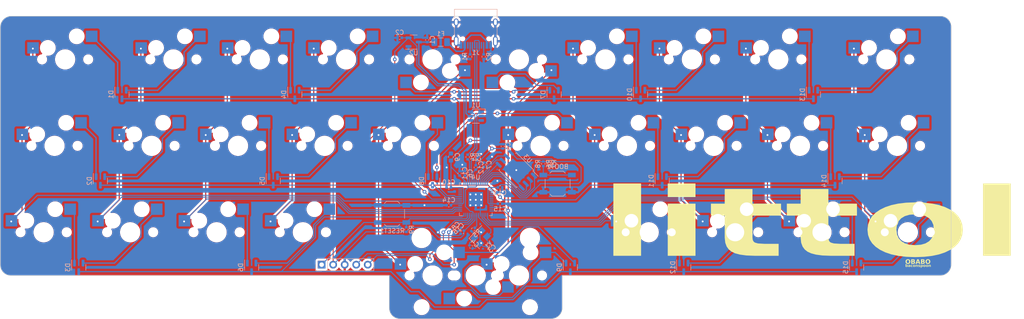
<source format=kicad_pcb>
(kicad_pcb (version 20221018) (generator pcbnew)
  (layers (0 "F.Cu" signal) (31 "B.Cu" signal) (34 "B.Paste" user) (35 "F.Paste" user) (36 "B.SilkS" user "B.Silkscreen") (37 "F.SilkS" user "F.Silkscreen") (38 "B.Mask" user) (39 "F.Mask" user) (44 "Edge.Cuts" user))
  (net 0 "")
  (net 1 "Net-(BOOT1-Pad1)")
  (net 2 "GND")
  (net 3 "ROW 0")
  (net 4 "+5V")
  (net 5 "+3V3")
  (net 6 "ROW 1")
  (net 7 "Net-(U4-XIN)")
  (net 8 "Net-(C4-Pad2)")
  (net 9 "ROW 2")
  (net 10 "+1V1")
  (net 11 "Net-(MX1-ROW)")
  (net 12 "Net-(MX4-ROW)")
  (net 13 "Net-(MX2-ROW)")
  (net 14 "Net-(MX5-ROW)")
  (net 15 "Net-(MX3-ROW)")
  (net 16 "Net-(MX6-ROW)")
  (net 17 "Net-(MX7-ROW)")
  (net 18 "Net-(MX10-ROW)")
  (net 19 "Net-(MX8-ROW)")
  (net 20 "Net-(MX11-ROW)")
  (net 21 "Net-(MX9-ROW)")
  (net 22 "Net-(MX12-ROW)")
  (net 23 "Net-(MX13-ROW)")
  (net 24 "Net-(MX16-ROW)")
  (net 25 "Net-(MX14-ROW)")
  (net 26 "Net-(MX17-ROW)")
  (net 27 "Net-(MX18-ROW)")
  (net 28 "Net-(MX15-ROW)")
  (net 29 "Net-(MX20-ROW)")
  (net 30 "Net-(MX23-ROW)")
  (net 31 "Net-(MX21-ROW)")
  (net 32 "Net-(MX24-ROW)")
  (net 33 "Net-(MX22-ROW)")
  (net 34 "COL 0")
  (net 35 "COL 1")
  (net 36 "COL 2")
  (net 37 "COL 3")
  (net 38 "COL 4")
  (net 39 "COL 5")
  (net 40 "COL 6")
  (net 41 "COL 7")
  (net 42 "COL 8")
  (net 43 "COL 9")
  (net 44 "Net-(MX25-ROW)")
  (net 45 "Net-(MX26-ROW)")
  (net 46 "Net-(MX29-ROW)")
  (net 47 "Net-(MX27-ROW)")
  (net 48 "Net-(MX30-ROW)")
  (net 49 "Net-(MX28-ROW)")
  (net 50 "Net-(MX31-ROW)")
  (net 51 "VBUS")
  (net 52 "Net-(J1-CC1)")
  (net 53 "D+")
  (net 54 "D-")
  (net 56 "Net-(J1-CC2)")
  (net 58 "RESET")
  (net 59 "SWC")
  (net 60 "SWD")
  (net 61 "Net-(U4-USB_DP)")
  (net 62 "Net-(U4-USB_DM)")
  (net 63 "Net-(U4-XOUT)")
  (net 64 "Net-(R6-Pad2)")
  (net 65 "QSEL")
  (net 68 "QIO1")
  (net 69 "QIO2")
  (net 70 "QIO0")
  (net 71 "QCLK")
  (net 72 "QIO3")
  (footprint "MX_Only:MXOnly-1U-Hotswap" (layer "F.Cu") (at 204.807847 94.059612)
    (fp_text reference "MX24")
    (fp_text value "MX-NoLED")
  )
  (footprint "MX_Only:MXOnly-1U-Hotswap" (layer "F.Cu") (at 209.570359 113.10966)
    (fp_text reference "MX25")
    (fp_text value "MX-NoLED")
  )
  (footprint "MX_Only:MXOnly-1.5U-Hotswap" (layer "F.Cu") (at 61.892825 75.009564)
    (fp_text reference "MX1")
    (fp_text value "MX-NoLED")
  )
  (footprint "MX_Only:MXOnly-1U-Hotswap" (layer "F.Cu") (at 166.668089 94.059612)
    (fp_text reference "MX17")
    (fp_text value "MX-NoLED")
  )
  (footprint "MX_Only:MXOnly-1U-Hotswap" (layer "F.Cu") (at 223.857895 94.059612)
    (fp_text reference "MX27")
    (fp_text value "MX-NoLED")
  )
  (footprint "MX_Only:MXOnly-1.25U-Hotswap" (layer "F.Cu") (at 59.551231 94.059612)
    (fp_text reference "MX2")
    (fp_text value "MX-NoLED")
  )
  (footprint "MX_Only:MXOnly-1U-Hotswap" (layer "F.Cu") (at 80.942873 94.059612)
    (fp_text reference "MX5")
    (fp_text value "MX-NoLED")
  )
  (footprint "MX_Only:MXOnly-1U-Hotswap" (layer "F.Cu") (at 190.520311 113.10966)
    (fp_text reference "MX22")
    (fp_text value "MX-NoLED")
  )
  (footprint "MX_Only:MXOnly-1U-Hotswap" (layer "F.Cu") (at 57.150144 113.10966)
    (fp_text reference "MX3")
    (fp_text value "MX-NoLED")
  )
  (footprint "MX_Only:MXOnly-1U-Hotswap" (layer "F.Cu") (at 119.0628 94.059612)
    (fp_text reference "MX11")
    (fp_text value "MX-NoLED")
  )
  (footprint "MX_Only:MXOnly-1U-Hotswap" (layer "F.Cu") (at 138.093017 94.059612)
    (fp_text reference "MX14")
    (fp_text value "MX-NoLED")
  )
  (footprint "MX_Only:MXOnly-1U-Hotswap" (layer "F.Cu") (at 99.992921 94.059612)
    (fp_text reference "MX8")
    (fp_text value "MX-NoLED")
  )
  (footprint "MX_Only:MXOnly-1U-Hotswap" (layer "F.Cu") (at 123.805481 75.009564)
    (fp_text reference "MX10")
    (fp_text value "MX-NoLED")
  )
  (footprint "MX_Only:MXOnly-1U-Hotswap" (layer "F.Cu") (at 104.795095 75.009564)
    (fp_text reference "MX7")
    (fp_text value "MX-NoLED")
  )
  (footprint "MX_Only:MXOnly-1U-Hotswap" (layer "F.Cu") (at 142.87536 122.634684)
    (fp_text reference "MX15")
    (fp_text value "MX-NoLED")
  )
  (footprint "MX_Only:MXOnly-1U-Hotswap" (layer "F.Cu") (at 161.925408 122.634684)
    (fp_text reference "MX18")
    (fp_text value "MX-NoLED")
  )
  (footprint "MX_Only:MXOnly-1U-Hotswap" (layer "F.Cu") (at 95.270071 113.10966)
    (fp_text reference "MX9")
    (fp_text value "MX-NoLED")
  )
  (footprint "MX_Only:MXOnly-1.5U-Hotswap" (layer "F.Cu") (at 242.888112 75.009564)
    (fp_text reference "MX29")
    (fp_text value "MX-NoLED")
  )
  (footprint "MX_Only:MXOnly-1U-Hotswap" (layer "F.Cu") (at 114.280457 113.10966)
    (fp_text reference "MX12")
    (fp_text value "MX-NoLED")
  )
  (footprint "MX_Only:MXOnly-1U-Hotswap" (layer "F.Cu") (at 185.718137 94.059612)
    (fp_text reference "MX21")
    (fp_text value "MX-NoLED")
  )
  (footprint "MX_Only:MXOnly-1U-Hotswap" (layer "F.Cu") (at 76.220023 113.10966)
    (fp_text reference "MX6")
    (fp_text value "MX-NoLED")
  )
  (footprint "MX_Only:MXOnly-1.25U-Hotswap" (layer "F.Cu") (at 245.249537 94.059612)
    (fp_text reference "MX30")
    (fp_text value "MX-NoLED")
  )
  (footprint "MX_Only:MXOnly-1U-Hotswap" (layer "F.Cu") (at 142.855529 75.009564 180)
    (fp_text reference "MX13")
    (fp_text value "MX-NoLED")
  )
  (footprint "MX_Only:MXOnly-1U-Hotswap" (layer "F.Cu") (at 161.905577 75.009564 180)
    (fp_text reference "MX16")
    (fp_text value "MX-NoLED")
  )
  (footprint "MX_Only:MXOnly-1U-Hotswap" (layer "F.Cu") (at 228.600576 113.10966)
    (fp_text reference "MX28")
    (fp_text value "MX-NoLED")
  )
  (footprint "MX_Only:MXOnly-2U-Hotswap" (layer "F.Cu") (at 152.400384 122.634684 180)
    (fp_text reference "MX19")
    (fp_text value "MX-NoLED")
  )
  (footprint "MX_Only:MXOnly-1U-Hotswap" (layer "F.Cu") (at 219.075552 75.009564)
    (fp_text reference "MX26")
    (fp_text value "MX-NoLED")
  )
  (footprint "MX_Only:MXOnly-1U-Hotswap" (layer "F.Cu") (at 247.630793 113.10966)
    (fp_text reference "MX31")
    (fp_text value "MX-NoLED")
  )
  (footprint "MX_Only:MXOnly-1U-Hotswap" (layer "F.Cu") (at 180.955625 75.009564)
    (fp_text reference "MX20")
    (fp_text value "MX-NoLED")
  )
  (footprint "Connector_PinHeader_2.54mm:PinHeader_1x05_P2.54mm_Vertical" (layer "F.Cu") (at 118.427824 120.253428 90)
    (fp_text reference "J2" hide)
    (fp_text value "Conn_01x05")
  )
  (footprint "MX_Only:MXOnly-1U-Hotswap" (layer "F.Cu") (at 85.745047 75.009564)
    (fp_text reference "MX4")
    (fp_text value "MX-NoLED")
  )
  (footprint "MX_Only:MXOnly-1U-Hotswap" (layer "F.Cu") (at 200.025504 75.009564)
    (fp_text reference "MX23")
    (fp_text value "MX-NoLED")
  )
  (footprint "Capacitor_SMD:C_0402_1005Metric" (layer "B.Cu") (at 157.75821 103.231508)
    (fp_text reference "C13")
    (fp_text value "100n")
  )
  (footprint "Package_TO_SOT_SMD:SOT-23" (layer "B.Cu") (at 69.651738 101.798694 -90)
    (fp_text reference "D2")
    (fp_text value "BAV70")
  )
  (footprint "Capacitor_SMD:C_0402_1005Metric" (layer "B.Cu") (at 141.684732 70.717052 90)
    (fp_text reference "C1")
    (fp_text value "1u")
  )
  (footprint "Fuse:Fuse_1206_3216Metric" (layer "B.Cu") (at 144.661302 71.197052 180)
    (fp_text reference "F1")
    (fp_text value "Fuse_Small")
  )
  (footprint "Package_TO_SOT_SMD:SOT-23-3" (layer "B.Cu") (at 138.708162 71.197052)
    (fp_text reference "U2")
    (fp_text value "XC6206PxxxMR")
  )
  (footprint "Package_TO_SOT_SMD:SOT-23" (layer "B.Cu") (at 188.714538 82.748646 -90)
    (fp_text reference "D10")
    (fp_text value "BAV70")
  )
  (footprint "Capacitor_SMD:C_0402_1005Metric" (layer "B.Cu") (at 150.019128 100.128066 90)
    (fp_text reference "C6")
    (fp_text value "1u")
  )
  (footprint "Crystal:Crystal_SMD_3225-4Pin_3.2x2.5mm" (layer "B.Cu") (at 153.488871 114.198148 45)
    (fp_text reference "Y1")
    (fp_text value "X322512MSB4SI")
  )
  (footprint "Capacitor_SMD:C_0402_1005Metric" (layer "B.Cu") (at 158.353524 94.174926 90)
    (fp_text reference "C5")
    (fp_text value "1u")
  )
  (footprint "Capacitor_SMD:C_0402_1005Metric" (layer "B.Cu") (at 155.172674 115.88195 45)
    (fp_text reference "C3")
    (fp_text value "22p")
  )
  (footprint "Package_TO_SOT_SMD:SOT-23" (layer "B.Cu") (at 236.339658 120.848742 -90)
    (fp_text reference "D15")
    (fp_text value "BAV70")
  )
  (footprint "Resistor_SMD:R_0402_1005Metric" (layer "B.Cu") (at 169.66449 98.022438 -90)
    (fp_text reference "R6")
    (fp_text value "5k1")
  )
  (footprint "Capacitor_SMD:C_0402_1005Metric" (layer "B.Cu") (at 148.8285 112.514346 -135)
    (fp_text reference "C8")
    (fp_text value "100n")
  )
  (footprint "Package_TO_SOT_SMD:SOT-23" (layer "B.Cu") (at 193.47705 101.798694 -90)
    (fp_text reference "D11")
    (fp_text value "BAV70")
  )
  (footprint "Resistor_SMD:R_0402_1005Metric" (layer "B.Cu") (at 137.09565 112.514346 90)
    (fp_text reference "R9")
    (fp_text value "5k1")
  )
  (footprint "PCM_marbastlib-various:SOT-23-6-routable" (layer "B.Cu") (at 152.400384 87.511158 180)
    (fp_text reference "U1")
    (fp_text value "SRV05-4")
  )
  (footprint "Resistor_SMD:R_0402_1005Metric" (layer "B.Cu") (at 168.473862 98.022438 90)
    (fp_text reference "R7")
    (fp_text value "5k1")
  )
  (footprint "Capacitor_SMD:C_0402_1005Metric" (layer "B.Cu") (at 146.447244 107.15652 180)
    (fp_text reference "C14")
    (fp_text value "100n")
  )
  (footprint "Resistor_SMD:R_0402_1005Metric" (layer "B.Cu") (at 154.150384 74.41425 90)
    (fp_text reference "R2")
    (fp_text value "5k1")
  )
  (footprint "Package_TO_SOT_SMD:SOT-23" (layer "B.Cu") (at 102.989322 120.848742 -90)
    (fp_text reference "D6")
    (fp_text value "BAV70")
  )
  (footprint "Capacitor_SMD:C_0603_1608Metric" (layer "B.Cu") (at 146.927244 96.526182 90)
    (fp_text reference "C9")
    (fp_text value "10u")
  )
  (footprint "Package_DFN_QFN:QFN-56-1EP_7x7mm_P0.4mm_EP3.2x3.2mm" (layer "B.Cu") (at 152.400384 105.831508 180)
    (fp_text reference "U4")
    (fp_text value "RP2040")
  )
  (footprint "Package_TO_SOT_SMD:SOT-23" (layer "B.Cu") (at 198.239562 120.848742 -90)
    (fp_text reference "D12")
    (fp_text value "BAV70")
  )
  (footprint "Package_SO:SOIC-8_5.23x5.23mm_P1.27mm" (layer "B.Cu") (at 161.330094 99.417438 135)
    (fp_text reference "U3")
    (fp_text value "W25Q128JVS")
  )
  (footprint "Package_TO_SOT_SMD:SOT-23" (layer "B.Cu") (at 173.236374 120.848742 -90)
    (fp_text reference "D9")
    (fp_text value "BAV70")
  )
  (footprint "Capacitor_SMD:C_0402_1005Metric" (layer "B.Cu") (at 148.8285 100.128066 90)
    (fp_text reference "C11")
    (fp_text value "100n")
  )
  (footprint "Resistor_SMD:R_0402_1005Metric" (layer "B.Cu") (at 167.283234 98.022438 -90)
    (fp_text reference "R8")
    (fp_text value "1k")
  )
  (footprint "Package_TO_SOT_SMD:SOT-23" (layer "B.Cu") (at 107.751834 101.798694 -90)
    (fp_text reference "D5")
    (fp_text value "BAV70")
  )
  (footprint "Resistor_SMD:R_0402_1005Metric" (layer "B.Cu") (at 151.80507 112.514346 45)
    (fp_text reference "R5")
    (fp_text value "1k")
  )
  (footprint "Capacitor_SMD:C_0402_1005Metric" (layer "B.Cu") (at 157.75821 106.831508)
    (fp_text reference "C15")
    (fp_text value "100n")
  )
  (footprint "Package_TO_SOT_SMD:SOT-23" (layer "B.Cu") (at 112.514346 82.748646 -90)
    (fp_text reference "D4")
    (fp_text value "BAV70")
  )
  (footprint "Package_TO_SOT_SMD:SOT-23" (layer "B.Cu") (at 64.889226 120.848742 -90)
    (fp_text reference "D3")
    (fp_text value "BAV70")
  )
  (footprint "Package_TO_SOT_SMD:SOT-23" (layer "B.Cu") (at 142.87536 101.798694 -90)
    (fp_text reference "D8")
    (fp_text value "BAV70")
  )
  (footprint "Package_TO_SOT_SMD:SOT-23" (layer "B.Cu") (at 74.41425 82.748646 -90)
    (fp_text reference "D1")
    (fp_text value "BAV70")
  )
  (footprint "Resistor_SMD:R_0402_1005Metric" (layer "B.Cu") (at 150.614442 96.526182 90)
    (fp_text reference "R4")
    (fp_text value "27")
  )
  (footprint "Capacitor_SMD:C_0402_1005Metric" (layer "B.Cu") (at 135.616278 70.247052 180)
    (fp_text reference "C2")
    (fp_text value "1u")
  )
  (footprint "Capacitor_SMD:C_0402_1005Metric" (layer "B.Cu") (at 149.423814 113.10966 -135)
    (fp_text reference "C16")
    (fp_text value "100n")
  )
  (footprint "Button_Switch_SMD:SW_SPST_TL3342" (layer "B.Cu") (at 133.94565 109.05652)
    (fp_text reference "RESET1")
    (fp_text value "Reset")
  )
  (footprint "Capacitor_SMD:C_0402_1005Metric" (layer "B.Cu") (at 154.186326 98.22681 90)
    (fp_text reference "C7")
    (fp_text value "100n")
  )
  (footprint "Resistor_SMD:R_0402_1005Metric" (layer "B.Cu") (at 151.150384 74.41425 -90)
    (fp_text reference "R1")
    (fp_text value "5k1")
  )
  (footprint "Capacitor_SMD:C_0402_1005Metric" (layer "B.Cu") (at 152.400384 98.822124 90)
    (fp_text reference "C12")
    (fp_text value "100n")
  )
  (footprint "Package_TO_SOT_SMD:SOT-23" (layer "B.Cu") (at 226.814634 82.748646 -90)
    (fp_text reference "D13")
    (fp_text value "BAV70")
  )
  (footprint "Connector_USB:USB_C_Receptacle_HRO_TYPE-C-31-M-12" (layer "B.Cu") (at 152.400384 67.865796)
    (fp_text reference "J1")
    (fp_text value "USB_C_Receptacle_USB2.0")
  )
  (footprint "Resistor_SMD:R_0402_1005Metric" (layer "B.Cu") (at 151.80507 96.526182 90)
    (fp_text reference "R3")
    (fp_text value "27")
  )
  (footprint "Package_TO_SOT_SMD:SOT-23" (layer "B.Cu") (at 169.66449 82.748646 -90)
    (fp_text reference "D7")
    (fp_text value "BAV70")
  )
  (footprint "Capacitor_SMD:C_0402_1005Metric" (layer "B.Cu") (at 151.363519 116.3235 135)
    (fp_text reference "C4")
    (fp_text value "22p")
  )
  (footprint "Package_TO_SOT_SMD:SOT-23" (layer "B.Cu") (at 231.577146 101.798694 -90)
    (fp_text reference "D14")
    (fp_text value "BAV70")
  )
  (footprint "Capacitor_SMD:C_0402_1005Metric" (layer "B.Cu") (at 146.447244 103.231508 180)
    (fp_text reference "C10")
    (fp_text value "1u")
  )
  (footprint "Button_Switch_SMD:SW_SPST_TL3342" (layer "B.Cu") (at 170.433234 102.394008 180)
    (fp_text reference "BOOT1")
    (fp_text value "BOOTSEL")
  )
  (gr_arc (start 49.904236 122.634684) (mid 48.292658 121.967146) (end 47.62512 120.355568) (stroke (width 0.1)) (layer "Edge.Cuts"))
  (gr_arc (start 47.62512 67.865796) (mid 48.322574 66.181994) (end 50.006376 65.48454) (stroke (width 0.1)) (layer "Edge.Cuts"))
  (gr_arc (start 257.175649 120.253429) (mid 256.478195 121.937231) (end 254.794393 122.634685) (stroke (width 0.1)) (layer "Edge.Cuts"))
  (gr_arc locked (start 254.794392 65.48454) (mid 256.457041 66.130923) (end 257.175648 67.763656) (stroke (width 0.1)) (layer "Edge.Cuts"))
  (gr_arc (start 171.450432 129.778452) (mid 170.752978 131.462254) (end 169.069176 132.159708) (stroke (width 0.1)) (layer "Edge.Cuts"))
  (gr_line (start 133.350336 129.880592) (end 133.350336 122.634684) (stroke (width 0.1)) (layer "Edge.Cuts"))
  (gr_line (start 171.450432 122.634684) (end 171.450432 129.778452) (stroke (width 0.1)) (layer "Edge.Cuts"))
  (gr_arc (start 135.629452 132.159708) (mid 134.017874 131.49217) (end 133.350336 129.880592) (stroke (width 0.1)) (layer "Edge.Cuts"))
  (gr_line (start 257.175648 67.763656) (end 257.175649 120.253429) (stroke (width 0.1)) (layer "Edge.Cuts"))
  (gr_line (start 133.350336 122.634684) (end 49.904236 122.634684) (stroke (width 0.1)) (layer "Edge.Cuts"))
  (gr_line (start 254.794393 122.634685) (end 171.450432 122.634684) (stroke (width 0.1)) (layer "Edge.Cuts"))
  (gr_line (start 50.006376 65.48454) (end 254.794392 65.48454) (stroke (width 0.1)) (layer "Edge.Cuts"))
  (gr_line (start 169.069176 132.159708) (end 135.629452 132.159708) (stroke (width 0.1)) (layer "Edge.Cuts"))
  (gr_line (start 47.62512 120.355568) (end 47.62512 67.865796) (stroke (width 0.1)) (layer "Edge.Cuts"))
  (gr_text "OBABO\n" (at 247.05531 120.253428) (layer "F.SilkS") (effects (font (size 1 1) (thickness 0.25) bold) (justify left bottom)))
  (gr_text "littol" (at 179.784828 120.848742) (layer "F.SilkS") (effects (font (size 15 25) (thickness 3.75) bold) (justify left bottom)))
  (gr_text "baconspoon" (at 247.05531 120.848742) (layer "F.SilkS") (effects (font (size 0.6 0.6) (thickness 0.15) bold) (justify left bottom)))
  (segment (start 167.283234 98.532438) (end 167.283234 100.494008) (width 0.2) (layer "B.Cu") (net 1))
  (segment (start 167.283234 100.494008) (end 173.583234 100.494008) (width 0.2) (layer "B.Cu") (net 1))
  (via (at 153.591012 104.775264) (size 0.8) (drill 0.4) (layers "F.Cu" "B.Cu") (net 2))
  (via (at 161.330094 99.417438) (size 0.8) (drill 0.4) (layers "F.Cu" "B.Cu") (net 2))
  (via (at 150.019128 74.41425) (size 0.8) (drill 0.4) (layers "F.Cu" "B.Cu") (net 2))
  (via (at 158.353524 104.17995) (size 0.8) (drill 0.4) (layers "F.Cu" "B.Cu") (net 2))
  (via (at 145.967244 98.822124) (size 0.8) (drill 0.4) (layers "F.Cu" "B.Cu") (net 2))
  (via (at 144.065988 113.10966) (size 0.8) (drill 0.4) (layers "F.Cu" "B.Cu") (net 2))
  (via (at 153.591012 113.10966) (size 0.8) (drill 0.4) (layers "F.Cu" "B.Cu") (net 2))
  (via (at 155.972268 96.440868) (size 0.8) (drill 0.4) (layers "F.Cu" "B.Cu") (net 2))
  (via (at 151.209756 107.15652) (size 0.8) (drill 0.4) (layers "F.Cu" "B.Cu") (net 2))
  (via (at 141.089418 107.15652) (size 0.8) (drill 0.4) (layers "F.Cu" "B.Cu") (net 2))
  (via (at 153.591012 95.845554) (size 0.8) (drill 0.4) (layers "F.Cu" "B.Cu") (net 2))
  (via (at 152.400384 105.965892) (size 0.8) (drill 0.4) (layers "F.Cu" "B.Cu") (net 2))
  (via (at 149.423814 98.22681) (size 0.8) (drill 0.4) (layers "F.Cu" "B.Cu") (net 2))
  (via (at 157.162896 101.798694) (size 0.8) (drill 0.4) (layers "F.Cu" "B.Cu") (net 2))
  (via (at 153.591012 107.15652) (size 0.8) (drill 0.4) (layers "F.Cu" "B.Cu") (net 2))
  (via (at 151.209756 105.965892) (size 0.8) (drill 0.4) (layers "F.Cu" "B.Cu") (net 2))
  (via (at 152.400384 104.775264) (size 0.8) (drill 0.4) (layers "F.Cu" "B.Cu") (net 2))
  (via (at 152.400384 107.15652) (size 0.8) (drill 0.4) (layers "F.Cu" "B.Cu") (net 2))
  (via (at 153.591012 115.490916) (size 0.8) (drill 0.4) (layers "F.Cu" "B.Cu") (net 2))
  (via (at 151.209756 104.775264) (size 0.8) (drill 0.4) (layers "F.Cu" "B.Cu") (net 2))
  (via (at 153.591012 105.965892) (size 0.8) (drill 0.4) (layers "F.Cu" "B.Cu") (net 2))
  (segment (start 151.70293 116.662911) (end 152.226189 116.662911) (width 0.2) (layer "B.Cu") (net 2))
  (segment (start 145.967244 103.231508) (end 145.967244 98.822124) (width 0.2) (layer "B.Cu") (net 2))
  (segment (start 145.967244 98.70681) (end 145.85193 98.822124) (width 0.2) (layer "B.Cu") (net 2))
  (segment (start 152.42507 97.011496) (end 153.591012 95.845554) (width 0.2) (layer "B.Cu") (net 2))
  (segment (start 154.186326 97.74681) (end 154.666326 97.74681) (width 0.2) (layer "B.Cu") (net 2))
  (segment (start 146.927244 95.751182) (end 145.967244 96.711182) (width 0.2) (layer "B.Cu") (net 2))
  (segment (start 152.226189 116.662911) (end 153.312094 115.577006) (width 0.2) (layer "B.Cu") (net 2))
  (segment (start 152.42507 98.317438) (end 152.42507 97.011496) (width 0.2) (layer "B.Cu") (net 2))
  (segment (start 148.489089 112.853757) (end 147.533186 113.80966) (width 0.2) (layer "B.Cu") (net 2))
  (segment (start 153.400384 109.269008) (end 153.400384 107.347148) (width 0.2) (layer "B.Cu") (net 2))
  (segment (start 153.956449 116.221361) (end 153.591012 115.855924) (width 0.2) (layer "B.Cu") (net 2))
  (segment (start 144.765988 113.80966) (end 144.065988 113.10966) (width 0.2) (layer "B.Cu") (net 2))
  (segment (start 145.967244 107.15652) (end 130.79565 107.15652) (width 0.2) (layer "B.Cu") (net 2))
  (segment (start 153.400384 107.347148) (end 153.591012 107.15652) (width 0.2) (layer "B.Cu") (net 2))
  (segment (start 148.723814 113.80966) (end 149.084403 113.449071) (width 0.2) (layer "B.Cu") (net 2))
  (segment (start 154.833263 116.221361) (end 153.956449 116.221361) (width 0.2) (layer "B.Cu") (net 2))
  (segment (start 154.666326 97.74681) (end 155.972268 96.440868) (width 0.2) (layer "B.Cu") (net 2))
  (segment (start 153.329252 115.559848) (end 153.329252 113.155686) (width 0.2) (layer "B.Cu") (net 2))
  (segment (start 145.967244 96.711182) (end 145.967244 98.822124) (width 0.2) (layer "B.Cu") (net 2))
  (segment (start 147.533186 113.80966) (end 148.723814 113.80966) (width 0.2) (layer "B.Cu") (net 2))
  (segment (start 147.533186 113.80966) (end 144.765988 113.80966) (width 0.2) (layer "B.Cu") (net 2))
  (segment (start 147.637872 83.686146) (end 160.73478 83.686146) (width 0.25) (layer "F.Cu") (net 3))
  (via (at 160.73478 83.686146) (size 0.8) (drill 0.4) (layers "F.Cu" "B.Cu") (net 3))
  (via (at 147.637872 83.686146) (size 0.8) (drill 0.4) (layers "F.Cu" "B.Cu") (net 3))
  (segment (start 74.41425 83.686146) (end 112.514346 83.686146) (width 0.25) (layer "B.Cu") (net 3))
  (segment (start 147.956554 105.231508) (end 147.746553 105.021508) (width 0.2) (layer "B.Cu") (net 3))
  (segment (start 188.714538 83.686146) (end 226.814634 83.686146) (width 0.25) (layer "B.Cu") (net 3))
  (segment (start 148.962884 105.231508) (end 147.956554 105.231508) (width 0.2) (layer "B.Cu") (net 3))
  (segment (start 169.66449 83.686146) (end 188.714538 83.686146) (width 0.25) (layer "B.Cu") (net 3))
  (segment (start 144.661302 96.440868) (end 148.8285 92.27367) (width 0.2) (layer "B.Cu") (net 3))
  (segment (start 147.980058 83.686146) (end 148.8285 84.534588) (width 0.2) (layer "B.Cu") (net 3))
  (segment (start 146.098174 105.021508) (end 144.661302 103.584636) (width 0.2) (layer "B.Cu") (net 3))
  (segment (start 147.746553 105.021508) (end 146.098174 105.021508) (width 0.2) (layer "B.Cu") (net 3))
  (segment (start 144.661302 96.440868) (end 144.661302 103.584636) (width 0.2) (layer "B.Cu") (net 3))
  (segment (start 148.8285 84.534588) (end 148.8285 92.27367) (width 0.2) (layer "B.Cu") (net 3))
  (segment (start 147.637872 83.686146) (end 147.980058 83.686146) (width 0.2) (layer "B.Cu") (net 3))
  (segment (start 169.66449 83.686146) (end 160.73478 83.686146) (width 0.25) (layer "B.Cu") (net 3))
  (segment (start 112.514346 83.686146) (end 147.637872 83.686146) (width 0.25) (layer "B.Cu") (net 3))
  (segment (start 139.845662 71.197052) (end 141.684732 71.197052) (width 0.3) (layer "B.Cu") (net 4))
  (segment (start 139.845662 71.197052) (end 139.845662 76.105982) (width 0.3) (layer "B.Cu") (net 4))
  (segment (start 150.250384 86.918265) (end 150.843277 87.511158) (width 0.3) (layer "B.Cu") (net 4))
  (segment (start 148.8285 80.36739) (end 150.250384 81.789274) (width 0.3) (layer "B.Cu") (net 4))
  (segment (start 139.845662 76.105982) (end 144.10707 80.36739) (width 0.3) (layer "B.Cu") (net 4))
  (segment (start 144.10707 80.36739) (end 148.8285 80.36739) (width 0.3) (layer "B.Cu") (net 4))
  (segment (start 143.261302 71.197051) (end 141.684732 71.197052) (width 0.3) (layer "B.Cu") (net 4))
  (segment (start 150.250384 81.789274) (end 150.250384 86.918265) (width 0.3) (layer "B.Cu") (net 4))
  (segment (start 120.967824 120.253428) (end 120.967824 100.689662) (width 0.2) (layer "F.Cu") (net 5))
  (segment (start 154.186326 92.868984) (end 155.972268 94.654926) (width 0.2) (layer "F.Cu") (net 5))
  (segment (start 120.967824 100.689662) (end 134.540964 87.116522) (width 0.2) (layer "F.Cu") (net 5))
  (segment (start 134.540964 87.116522) (end 134.540964 75.009564) (width 0.2) (layer "F.Cu") (net 5))
  (segment (start 151.209756 92.868984) (end 154.186326 92.868984) (width 0.2) (layer "F.Cu") (net 5))
  (via (at 155.972268 94.654926) (size 0.8) (drill 0.4) (layers "F.Cu" "B.Cu") (net 5))
  (via (at 134.540964 75.009564) (size 0.8) (drill 0.4) (layers "F.Cu" "B.Cu") (net 5))
  (via (at 151.209756 92.868984) (size 0.8) (drill 0.4) (layers "F.Cu" "B.Cu") (net 5))
  (segment (start 159.261659 94.654926) (end 160.131548 95.524815) (width 0.2) (layer "B.Cu") (net 5))
  (segment (start 157.88821 102.621508) (end 159.235594 102.621508) (width 0.2) (layer "B.Cu") (net 5))
  (segment (start 155.837884 103.231508) (end 157.27821 103.231508) (width 0.2) (layer "B.Cu") (net 5))
  (segment (start 151.800384 99.902124) (end 152.400384 99.302124) (width 0.2) (layer "B.Cu") (net 5))
  (segment (start 155.305409 106.831508) (end 155.837884 106.831508) (width 0.2) (layer "B.Cu") (net 5))
  (segment (start 144.266666 114.300288) (end 149.095856 114.300288) (width 0.2) (layer "B.Cu") (net 5))
  (segment (start 152.400384 99.302124) (end 153.576326 98.126182) (width 0.2) (layer "B.Cu") (net 5))
  (segment (start 150.200384 101.97995) (end 150.200384 102.394008) (width 0.2) (layer "B.Cu") (net 5))
  (segment (start 158.353524 94.654926) (end 155.972268 94.654926) (width 0.2) (layer "B.Cu") (net 5))
  (segment (start 136.096278 70.247052) (end 137.570662 70.247052) (width 0.2) (layer "B.Cu") (net 5))
  (segment (start 146.927244 97.301182) (end 146.927244 98.70681) (width 0.2) (layer "B.Cu") (net 5))
  (segment (start 146.927244 107.15652) (end 147.252256 106.831508) (width 0.2) (layer "B.Cu") (net 5))
  (segment (start 169.09449 96.942438) (end 169.66449 97.512438) (width 0.2) (layer "B.Cu") (net 5))
  (segment (start 134.540964 75.009564) (end 134.540964 73.27675) (width 0.2) (layer "B.Cu") (net 5))
  (segment (start 166.697383 102.394008) (end 175.022316 102.394008) (width 0.2) (layer "B.Cu") (net 5))
  (segment (start 139.395662 76.292378) (end 143.920674 80.81739) (width 0.2) (layer "B.Cu") (net 5))
  (segment (start 146.927244 98.70681) (end 148.8285 100.608066) (width 0.2) (layer "B.Cu") (net 5))
  (segment (start 157.27821 103.231508) (end 157.88821 102.621508) (width 0.2) (layer "B.Cu") (net 5))
  (segment (start 148.962884 103.231508) (end 149.362884 103.231508) (width 0.2) (layer "B.Cu") (net 5))
  (segment (start 159.261659 94.654926) (end 158.353524 94.654926) (width 0.2) (layer "B.Cu") (net 5))
  (segment (start 137.09565 113.024346) (end 138.084212 112.035784) (width 0.2) (layer "B.Cu") (net 5))
  (segment (start 148.962884 106.831508) (end 149.495359 106.831508) (width 0.2) (layer "B.Cu") (net 5))
  (segment (start 152.200384 102.394008) (end 152.200384 101.60338) (width 0.2) (layer "B.Cu") (net 5))
  (segment (start 142.002162 112.035784) (end 144.266666 114.300288) (width 0.2) (layer "B.Cu") (net 5))
  (segment (start 149.495359 106.831508) (end 149.700384 106.626483) (width 0.2) (layer "B.Cu") (net 5))
  (segment (start 146.927244 97.301182) (end 146.927244 103.231508) (width 0.2) (layer "B.Cu") (net 5))
  (segment (start 149.495359 103.231508) (end 148.962884 103.231508) (width 0.2) (layer "B.Cu") (net 5))
  (segment (start 159.235594 102.621508) (end 162.139832 105.525746) (width 0.2) (layer "B.Cu") (net 5))
  (segment (start 162.139832 105.525746) (end 163.565645 105.525746) (width 0.2) (layer "B.Cu") (net 5))
  (segment (start 169.69449 97.542438) (end 174.337944 97.542438) (width 0.2) (layer "B.Cu") (net 5))
  (segment (start 120.967824 120.253428) (end 128.196906 113.024346) (width 0.2) (layer "B.Cu") (net 5))
  (segment (start 148.8285 100.608066) (end 150.200384 101.97995) (width 0.2) (layer "B.Cu") (net 5))
  (segment (start 153.576326 98.126182) (end 153.576326 97.050868) (width 0.2) (layer "B.Cu") (net 5))
  (segment (start 137.09565 113.024346) (end 128.196906 113.024346) (width 0.2) (layer "B.Cu") (net 5))
  (segment (start 138.084212 112.035784) (end 142.002162 112.035784) (width 0.2) (layer "B.Cu") (net 5))
  (segment (start 155.100384 106.626483) (end 155.305409 106.831508) (width 0.2) (layer "B.Cu") (net 5))
  (segment (start 155.305409 103.231508) (end 155.100384 103.436533) (width 0.2) (layer "B.Cu") (net 5))
  (segment (start 175.61763 98.822124) (end 174.337944 97.542438) (width 0.2) (layer "B.Cu") (net 5))
  (segment (start 155.837884 106.831508) (end 157.27821 106.831508) (width 0.2) (layer "B.Cu") (net 5))
  (segment (start 149.763225 113.632919) (end 149.763225 112.770249) (width 0.2) (layer "B.Cu") (net 5))
  (segment (start 143.920674 80.81739) (end 148.642104 80.81739) (width 0.2) (layer "B.Cu") (net 5))
  (segment (start 139.395662 72.072052) (end 139.395662 76.292378) (width 0.2) (layer "B.Cu") (net 5))
  (segment (start 149.700384 103.436533) (end 149.495359 103.231508) (width 0.2) (layer "B.Cu") (net 5))
  (segment (start 148.642104 80.81739) (end 149.800384 81.97567) (width 0.2) (layer "B.Cu") (net 5))
  (segment (start 147.252256 106.831508) (end 148.962884 106.831508) (width 0.2) (layer "B.Cu") (net 5))
  (segment (start 149.800384 81.97567) (end 149.800384 94.278356) (width 0.2) (layer "B.Cu") (net 5))
  (segment (start 155.837884 103.231508) (end 155.305409 103.231508) (width 0.2) (layer "B.Cu") (net 5))
  (segment (start 155.100384 103.436533) (end 155.100384 106.626483) (width 0.2) (layer "B.Cu") (net 5))
  (segment (start 146.927244 97.151496) (end 146.927244 98.70681) (width 0.2) (layer "B.Cu") (net 5))
  (segment (start 146.927244 103.231508) (end 148.962884 103.231508) (width 0.2) (layer "B.Cu") (net 5))
  (segment (start 149.095856 114.300288) (end 149.763225 113.632919) (width 0.2) (layer "B.Cu") (net 5))
  (segment (start 152.200384 101.60338) (end 151.800384 101.20338) (width 0.2) (layer "B.Cu") (net 5))
  (segment (start 149.700384 106.626483) (end 149.700384 103.436533) (width 0.2) (layer "B.Cu") (net 5))
  (segment (start 175.022316 102.394008) (end 175.61763 101.798694) (width 0.2) (layer "B.Cu") (net 5))
  (segment (start 146.927244 97.151496) (end 151.209756 92.868984) (width 0.2) (layer "B.Cu") (net 5))
  (segment (start 134.540964 73.27675) (end 137.570662 70.247052) (width 0.2) (layer "B.Cu") (net 5))
  (segment (start 151.800384 102.394008) (end 151.800384 99.902124) (width 0.2) (layer "B.Cu") (net 5))
  (segment (start 160.131548 95.524815) (end 161.549171 96.942438) (width 0.2) (layer "B.Cu") (net 5))
  (segment (start 152.200384 110.464227) (end 152.200384 109.269008) (width 0.2) (layer "B.Cu") (net 5))
  (segment (start 149.800384 102.394008) (end 149.800384 101.57995) (width 0.2) (layer "B.Cu") (net 5))
  (segment (start 163.565645 105.525746) (end 166.697383 102.394008) (width 0.2) (layer "B.Cu") (net 5))
  (segment (start 137.570662 70.247052) (end 139.395662 72.072052) (width 0.2) (layer "B.Cu") (net 5))
  (segment (start 161.549171 96.942438) (end 169.09449 96.942438) (width 0.2) (layer "B.Cu") (net 5))
  (segment (start 153.576326 97.050868) (end 155.972268 94.654926) (width 0.2) (layer "B.Cu") (net 5))
  (segment (start 175.61763 101.798694) (end 175.61763 98.822124) (width 0.2) (layer "B.Cu") (net 5))
  (segment (start 149.894362 112.770249) (end 152.200384 110.464227) (width 0.2) (layer "B.Cu") (net 5))
  (segment (start 157.75821 105.370578) (end 155.123826 102.736194) (width 0.2) (layer "F.Cu") (net 6))
  (segment (start 155.123826 102.736194) (end 142.87536 102.736194) (width 0.2) (layer "F.Cu") (net 6))
  (via (at 142.87536 102.736194) (size 0.8) (drill 0.4) (layers "F.Cu" "B.Cu") (net 6))
  (via (at 157.75821 105.370578) (size 0.8) (drill 0.4) (layers "F.Cu" "B.Cu") (net 6))
  (segment (start 145.85193 105.421508) (end 147.580868 105.421508) (width 0.2) (layer "B.Cu") (net 6))
  (segment (start 231.577146 102.736194) (end 193.47705 102.736194) (width 0.25) (layer "B.Cu") (net 6))
  (segment (start 107.751834 102.736194) (end 69.651738 102.736194) (width 0.25) (layer "B.Cu") (net 6))
  (segment (start 147.790868 105.631508) (end 147.580868 105.421508) (width 0.2) (layer "B.Cu") (net 6))
  (segment (start 158.353524 105.965892) (end 157.75821 105.370578) (width 0.2) (layer "B.Cu") (net 6))
  (segment (start 142.87536 102.736194) (end 107.751834 102.736194) (width 0.2) (layer "B.Cu") (net 6))
  (segment (start 177.6567 102.736194) (end 193.47705 102.736194) (width 0.2) (layer "B.Cu") (net 6))
  (segment (start 177.6567 102.736194) (end 174.427002 105.965892) (width 0.2) (layer "B.Cu") (net 6))
  (segment (start 142.87536 102.736194) (end 143.166616 102.736194) (width 0.2) (layer "B.Cu") (net 6))
  (segment (start 148.962884 105.631508) (end 147.790868 105.631508) (width 0.2) (layer "B.Cu") (net 6))
  (segment (start 143.166616 102.736194) (end 145.85193 105.421508) (width 0.2) (layer "B.Cu") (net 6))
  (segment (start 158.353524 105.965892) (end 174.427002 105.965892) (width 0.2) (layer "B.Cu") (net 6))
  (segment (start 154.867729 114.898184) (end 154.86773 114.021371) (width 0.2) (layer "B.Cu") (net 7))
  (segment (start 153.000384 109.269008) (end 153.000384 109.801483) (width 0.2) (layer "B.Cu") (net 7))
  (segment (start 155.713247 112.514346) (end 155.713247 113.175853) (width 0.2) (layer "B.Cu") (net 7))
  (segment (start 155.713247 113.175853) (end 154.867729 114.021371) (width 0.2) (layer "B.Cu") (net 7))
  (segment (start 155.512086 115.542539) (end 154.867729 114.898184) (width 0.2) (layer "B.Cu") (net 7))
  (segment (start 153.000384 109.801483) (end 155.713247 112.514346) (width 0.2) (layer "B.Cu") (net 7))
  (segment (start 152.110014 113.540539) (end 152.110014 114.374925) (width 0.2) (layer "B.Cu") (net 8))
  (segment (start 151.444445 112.874969) (end 152.110014 113.540539) (width 0.2) (layer "B.Cu") (net 8))
  (segment (start 152.110014 114.374925) (end 151.024108 115.460831) (width 0.2) (layer "B.Cu") (net 8))
  (segment (start 151.024108 115.460831) (end 151.024108 115.98409) (width 0.2) (layer "B.Cu") (net 8))
  (segment (start 64.889226 121.786242) (end 102.989322 121.786242) (width 0.25) (layer "B.Cu") (net 9))
  (segment (start 149.800384 109.269008) (end 149.336302 109.73309) (width 0.2) (layer "B.Cu") (net 9))
  (segment (start 163.530679 125.01594) (end 167.878548 125.01594) (width 0.25) (layer "B.Cu") (net 9))
  (segment (start 153.14164 129.589684) (end 154.78164 127.949684) (width 0.25) (layer "B.Cu") (net 9))
  (segment (start 167.878548 125.01594) (end 171.108246 121.786242) (width 0.25) (layer "B.Cu") (net 9))
  (segment (start 138.112848 126.206568) (end 139.89879 126.206568) (width 0.25) (layer "B.Cu") (net 9))
  (segment (start 143.281906 129.589684) (end 153.14164 129.589684) (width 0.25) (layer "B.Cu") (net 9))
  (segment (start 160.596935 127.949684) (end 163.530679 125.01594) (width 0.25) (layer "B.Cu") (net 9))
  (segment (start 106.561206 121.786242) (end 133.692522 121.786242) (width 0.25) (layer "B.Cu") (net 9))
  (segment (start 119.020067 109.73309) (end 117.074357 111.6788) (width 0.2) (layer "B.Cu") (net 9))
  (segment (start 117.074357 114.266932) (end 109.555046 121.786242) (width 0.2) (layer "B.Cu") (net 9))
  (segment (start 109.555046 121.786242) (end 106.561206 121.786242) (width 0.2) (layer "B.Cu") (net 9))
  (segment (start 198.239562 121.786242) (end 236.339658 121.786242) (width 0.25) (layer "B.Cu") (net 9))
  (segment (start 102.989322 121.786242) (end 106.561206 121.786242) (width 0.25) (layer "B.Cu") (net 9))
  (segment (start 171.108246 121.786242) (end 173.236374 121.786242) (width 0.25) (layer "B.Cu") (net 9))
  (segment (start 117.074357 111.6788) (end 117.074357 114.266932) (width 0.2) (layer "B.Cu") (net 9))
  (segment (start 154.78164 127.949684) (end 160.596935 127.949684) (width 0.25) (layer "B.Cu") (net 9))
  (segment (start 149.336302 109.73309) (end 119.020067 109.73309) (width 0.2) (layer "B.Cu") (net 9))
  (segment (start 173.236374 121.786242) (end 198.239562 121.786242) (width 0.25) (layer "B.Cu") (net 9))
  (segment (start 133.692522 121.786242) (end 138.112848 126.206568) (width 0.25) (layer "B.Cu") (net 9))
  (segment (start 139.89879 126.206568) (end 143.281906 129.589684) (width 0.25) (layer "B.Cu") (net 9))
  (segment (start 152.600384 102.394008) (end 152.600384 100.292752) (width 0.2) (layer "B.Cu") (net 10))
  (segment (start 151.800384 108.736533) (end 151.800384 109.269008) (width 0.2) (layer "B.Cu") (net 10))
  (segment (start 150.600384 102.926483) (end 150.600384 102.394008) (width 0.2) (layer "B.Cu") (net 10))
  (segment (start 150.600384 102.394008) (end 150.600384 101.189322) (width 0.2) (layer "B.Cu") (net 10))
  (segment (start 150.100384 103.836533) (end 150.805409 103.131508) (width 0.2) (layer "B.Cu") (net 10))
  (segment (start 150.805409 103.131508) (end 150.600384 102.926483) (width 0.2) (layer "B.Cu") (net 10))
  (segment (start 151.800384 110.298541) (end 151.800384 109.269008) (width 0.2) (layer "B.Cu") (net 10))
  (segment (start 151.595359 108.531508) (end 151.800384 108.736533) (width 0.2) (layer "B.Cu") (net 10))
  (segment (start 150.100384 107.422136) (end 150.100384 103.836533) (width 0.2) (layer "B.Cu") (net 10))
  (segment (start 151.209756 108.531508) (end 151.595359 108.531508) (width 0.2) (layer "B.Cu") (net 10))
  (segment (start 150.600384 101.189322) (end 150.019128 100.608066) (width 0.2) (layer "B.Cu") (net 10))
  (segment (start 150.009756 111.33309) (end 150.765834 111.33309) (width 0.2) (layer "B.Cu") (net 10))
  (segment (start 151.209756 108.531508) (end 150.100384 107.422136) (width 0.2) (layer "B.Cu") (net 10))
  (segment (start 149.167911 112.174935) (end 150.009756 111.33309) (width 0.2) (layer "B.Cu") (net 10))
  (segment (start 152.600384 102.926483) (end 152.395359 103.131508) (width 0.2) (layer "B.Cu") (net 10))
  (segment (start 152.600384 102.394008) (end 152.600384 102.926483) (width 0.2) (layer "B.Cu") (net 10))
  (segment (start 152.600384 100.292752) (end 154.186326 98.70681) (width 0.2) (layer "B.Cu") (net 10))
  (segment (start 150.765834 111.33309) (end 151.800384 110.298541) (width 0.2) (layer "B.Cu") (net 10))
  (segment (start 150.805409 103.131508) (end 152.395359 103.131508) (width 0.2) (layer "B.Cu") (net 10))
  (segment (start 73.46425 75.658989) (end 73.46425 81.811146) (width 0.25) (layer "B.Cu") (net 11))
  (segment (start 67.734825 69.929564) (end 73.46425 75.658989) (width 0.25) (layer "B.Cu") (net 11))
  (segment (start 82.293596 81.811146) (end 75.36425 81.811146) (width 0.25) (layer "B.Cu") (net 12))
  (segment (start 88.113947 73.402664) (end 88.113947 75.990795) (width 0.25) (layer "B.Cu") (net 12))
  (segment (start 91.587047 69.929564) (end 88.113947 73.402664) (width 0.25) (layer "B.Cu") (net 12))
  (segment (start 88.113947 75.990795) (end 82.293596 81.811146) (width 0.25) (layer "B.Cu") (net 12))
  (segment (start 68.701738 92.288119) (end 68.701738 100.861194) (width 0.25) (layer "B.Cu") (net 13))
  (segment (start 65.393231 88.979612) (end 68.701738 92.288119) (width 0.25) (layer "B.Cu") (net 13))
  (segment (start 86.784873 88.979612) (end 83.311773 92.452712) (width 0.25) (layer "B.Cu") (net 14))
  (segment (start 83.311773 92.452712) (end 83.311773 95.282427) (width 0.25) (layer "B.Cu") (net 14))
  (segment (start 77.733006 100.861194) (end 70.601738 100.861194) (width 0.25) (layer "B.Cu") (net 14))
  (segment (start 83.311773 95.282427) (end 77.733006 100.861194) (width 0.25) (layer "B.Cu") (net 14))
  (segment (start 63.939226 108.976742) (end 63.939226 119.911242) (width 0.25) (layer "B.Cu") (net 15))
  (segment (start 82.062023 108.02966) (end 78.588923 111.50276) (width 0.25) (layer "B.Cu") (net 16))
  (segment (start 78.588923 111.50276) (end 78.588923 114.090891) (width 0.25) (layer "B.Cu") (net 16))
  (segment (start 78.588923 114.090891) (end 72.768572 119.911242) (width 0.25) (layer "B.Cu") (net 16))
  (segment (start 72.768572 119.911242) (end 65.839226 119.911242) (width 0.25) (layer "B.Cu") (net 16))
  (segment (start 111.564346 70.856815) (end 111.564346 81.811146) (width 0.25) (layer "B.Cu") (net 17))
  (segment (start 126.174381 73.402664) (end 126.174381 75.990795) (width 0.25) (layer "B.Cu") (net 18))
  (segment (start 120.35403 81.811146) (end 113.464346 81.811146) (width 0.25) (layer "B.Cu") (net 18))
  (segment (start 129.647481 69.929564) (end 126.174381 73.402664) (width 0.25) (layer "B.Cu") (net 18))
  (segment (start 126.174381 75.990795) (end 120.35403 81.811146) (width 0.25) (layer "B.Cu") (net 18))
  (segment (start 106.801834 89.946525) (end 106.801834 100.861194) (width 0.25) (layer "B.Cu") (net 19))
  (segment (start 121.4317 95.040843) (end 115.611349 100.861194) (width 0.25) (layer "B.Cu") (net 20))
  (segment (start 115.611349 100.861194) (end 108.701834 100.861194) (width 0.25) (layer "B.Cu") (net 20))
  (segment (start 121.4317 92.452712) (end 121.4317 95.040843) (width 0.25) (layer "B.Cu") (net 20))
  (segment (start 124.9048 88.979612) (end 121.4317 92.452712) (width 0.25) (layer "B.Cu") (net 20))
  (segment (start 102.039322 108.956911) (end 102.039322 119.911242) (width 0.25) (layer "B.Cu") (net 21))
  (segment (start 120.122457 108.02966) (end 116.649357 111.50276) (width 0.25) (layer "B.Cu") (net 22))
  (segment (start 116.649357 111.50276) (end 116.649357 114.090891) (width 0.25) (layer "B.Cu") (net 22))
  (segment (start 110.829006 119.911242) (end 103.939322 119.911242) (width 0.25) (layer "B.Cu") (net 22))
  (segment (start 116.649357 114.090891) (end 110.829006 119.911242) (width 0.25) (layer "B.Cu") (net 22))
  (segment (start 147.637872 82.153332) (end 160.73478 82.153332) (width 0.25) (layer "F.Cu") (net 23))
  (via (at 147.637872 82.153332) (size 0.8) (drill 0.4) (layers "F.Cu" "B.Cu") (net 23))
  (via (at 160.73478 82.153332) (size 0.8) (drill 0.4) (layers "F.Cu" "B.Cu") (net 23))
  (segment (start 137.013529 80.089564) (end 139.077297 82.153332) (width 0.25) (layer "B.Cu") (net 23))
  (segment (start 139.077297 82.153332) (end 147.637872 82.153332) (width 0.25) (layer "B.Cu") (net 23))
  (segment (start 161.076966 81.811146) (end 160.73478 82.153332) (width 0.25) (layer "B.Cu") (net 23))
  (segment (start 168.71449 81.811146) (end 161.076966 81.811146) (width 0.25) (layer "B.Cu") (net 23))
  (segment (start 157.938577 78.214564) (end 163.344466 78.214564) (width 0.25) (layer "B.Cu") (net 24))
  (segment (start 165.878548 80.748646) (end 169.55199 80.748646) (width 0.25) (layer "B.Cu") (net 24))
  (segment (start 163.344466 78.214564) (end 165.878548 80.748646) (width 0.25) (layer "B.Cu") (net 24))
  (segment (start 156.063577 80.089564) (end 157.938577 78.214564) (width 0.25) (layer "B.Cu") (net 24))
  (segment (start 169.55199 80.748646) (end 170.61449 81.811146) (width 0.25) (layer "B.Cu") (net 24))
  (segment (start 141.92536 93.542044) (end 141.92536 100.861194) (width 0.2) (layer "B.Cu") (net 25))
  (segment (start 143.935017 91.532387) (end 141.92536 93.542044) (width 0.2) (layer "B.Cu") (net 25))
  (segment (start 143.935017 88.979612) (end 143.935017 91.532387) (width 0.2) (layer "B.Cu") (net 25))
  (segment (start 143.82536 95.490868) (end 152.400384 86.915844) (width 0.2) (layer "F.Cu") (net 26))
  (segment (start 143.82536 98.822124) (end 143.82536 95.490868) (width 0.2) (layer "F.Cu") (net 26))
  (segment (start 157.162896 86.915844) (end 152.400384 86.915844) (width 0.2) (layer "F.Cu") (net 26))
  (via (at 157.162896 86.915844) (size 0.8) (drill 0.4) (layers "F.Cu" "B.Cu") (net 26))
  (via (at 143.82536 98.822124) (size 0.8) (drill 0.4) (layers "F.Cu" "B.Cu") (net 26))
  (segment (start 172.510089 88.979612) (end 170.446321 86.915844) (width 0.2) (layer "B.Cu") (net 26))
  (segment (start 170.446321 86.915844) (end 157.162896 86.915844) (width 0.2) (layer "B.Cu") (net 26))
  (segment (start 143.82536 100.861194) (end 143.82536 98.822124) (width 0.2) (layer "B.Cu") (net 26))
  (segment (start 151.397104 125.839684) (end 153.057104 127.499684) (width 0.25) (layer "B.Cu") (net 27))
  (segment (start 148.433384 125.839684) (end 151.397104 125.839684) (width 0.25) (layer "B.Cu") (net 27))
  (segment (start 167.767408 117.554684) (end 169.929816 117.554684) (width 0.25) (layer "B.Cu") (net 27))
  (segment (start 160.410539 127.499684) (end 164.294308 123.615915) (width 0.25) (layer "B.Cu") (net 27))
  (segment (start 164.294308 121.027784) (end 167.767408 117.554684) (width 0.25) (layer "B.Cu") (net 27))
  (segment (start 169.929816 117.554684) (end 172.286374 119.911242) (width 0.25) (layer "B.Cu") (net 27))
  (segment (start 164.294308 123.615915) (end 164.294308 121.027784) (width 0.25) (layer "B.Cu") (net 27))
  (segment (start 153.057104 127.499684) (end 160.410539 127.499684) (width 0.25) (layer "B.Cu") (net 27))
  (segment (start 146.558384 127.714684) (end 148.433384 125.839684) (width 0.25) (layer "B.Cu") (net 27))
  (segment (start 157.480384 117.554684) (end 163.116036 111.919032) (width 0.25) (layer "B.Cu") (net 28))
  (segment (start 163.116036 111.919032) (end 166.194164 111.919032) (width 0.25) (layer "B.Cu") (net 28))
  (segment (start 166.194164 111.919032) (end 174.186374 119.911242) (width 0.25) (layer "B.Cu") (net 28))
  (segment (start 148.71736 117.554684) (end 157.480384 117.554684) (width 0.25) (layer "B.Cu") (net 28))
  (segment (start 187.764538 70.896477) (end 187.764538 81.811146) (width 0.25) (layer "B.Cu") (net 29))
  (segment (start 202.394404 75.990795) (end 196.574053 81.811146) (width 0.25) (layer "B.Cu") (net 30))
  (segment (start 202.394404 73.402664) (end 202.394404 75.990795) (width 0.25) (layer "B.Cu") (net 30))
  (segment (start 196.574053 81.811146) (end 189.664538 81.811146) (width 0.25) (layer "B.Cu") (net 30))
  (segment (start 205.867504 69.929564) (end 202.394404 73.402664) (width 0.25) (layer "B.Cu") (net 30))
  (segment (start 192.52705 89.946525) (end 192.52705 100.861194) (width 0.25) (layer "B.Cu") (net 31))
  (segment (start 201.356396 100.861194) (end 194.42705 100.861194) (width 0.25) (layer "B.Cu") (net 32))
  (segment (start 207.176747 92.452712) (end 207.176747 95.040843) (width 0.25) (layer "B.Cu") (net 32))
  (segment (start 210.649847 88.979612) (end 207.176747 92.452712) (width 0.25) (layer "B.Cu") (net 32))
  (segment (start 207.176747 95.040843) (end 201.356396 100.861194) (width 0.25) (layer "B.Cu") (net 32))
  (segment (start 197.289562 108.956911) (end 197.289562 119.911242) (width 0.25) (layer "B.Cu") (net 33))
  (segment (start 52.387632 91.678356) (end 52.387632 108.347148) (width 0.25) (layer "F.Cu") (net 34))
  (segment (start 54.768888 72.628308) (end 54.768888 89.2971) (width 0.25) (layer "F.Cu") (net 34))
  (segment (start 54.768888 89.2971) (end 52.387632 91.678356) (width 0.25) (layer "F.Cu") (net 34))
  (segment (start 52.387632 108.347148) (end 50.006376 110.728404) (width 0.25) (layer "F.Cu") (net 34))
  (via (at 52.387632 91.678356) (size 0.8) (drill 0.4) (layers "F.Cu" "B.Cu") (net 34))
  (via (at 50.006376 110.728404) (size 0.8) (drill 0.4) (layers "F.Cu" "B.Cu") (net 34))
  (via (at 54.768888 72.628308) (size 0.8) (drill 0.4) (layers "F.Cu" "B.Cu") (net 34))
  (segment (start 123.396728 106.221508) (end 122.15488 104.97966) (width 0.2) (layer "B.Cu") (net 34))
  (segment (start 50.006376 110.728404) (end 55.75512 104.97966) (width 0.2) (layer "B.Cu") (net 34))
  (segment (start 147.459498 106.431508) (end 147.249498 106.221508) (width 0.2) (layer "B.Cu") (net 34))
  (segment (start 148.962884 106.431508) (end 147.459498 106.431508) (width 0.2) (layer "B.Cu") (net 34))
  (segment (start 147.249498 106.221508) (end 123.396728 106.221508) (width 0.2) (layer "B.Cu") (net 34))
  (segment (start 55.75512 104.97966) (end 122.15488 104.97966) (width 0.2) (layer "B.Cu") (net 34))
  (segment (start 78.581448 86.915844) (end 73.818936 91.678356) (width 0.25) (layer "F.Cu") (net 35))
  (segment (start 73.818936 91.678356) (end 73.818936 105.965892) (width 0.25) (layer "F.Cu") (net 35))
  (segment (start 73.818936 105.965892) (end 69.056424 110.728404) (width 0.25) (layer "F.Cu") (net 35))
  (segment (start 78.581448 72.628308) (end 78.581448 86.915844) (width 0.25) (layer "F.Cu") (net 35))
  (via (at 69.056424 110.728404) (size 0.8) (drill 0.4) (layers "F.Cu" "B.Cu") (net 35))
  (via (at 78.581448 72.628308) (size 0.8) (drill 0.4) (layers "F.Cu" "B.Cu") (net 35))
  (via (at 73.818936 91.678356) (size 0.8) (drill 0.4) (layers "F.Cu" "B.Cu") (net 35))
  (segment (start 122.009741 105.400207) (end 124.751996 108.142462) (width 0.2) (layer "B.Cu") (net 35))
  (segment (start 147.114229 108.142462) (end 124.751996 108.142462) (width 0.2) (layer "B.Cu") (net 35))
  (segment (start 69.135023 110.56966) (end 74.325023 105.37966) (width 0.2) (layer "B.Cu") (net 35))
  (segment (start 74.325023 105.37966) (end 121.989195 105.37966) (width 0.2) (layer "B.Cu") (net 35))
  (segment (start 148.962884 107.631508) (end 147.625184 107.631508) (width 0.2) (layer "B.Cu") (net 35))
  (segment (start 147.625184 107.631508) (end 147.114229 108.142462) (width 0.2) (layer "B.Cu") (net 35))
  (segment (start 121.989195 105.37966) (end 122.009741 105.400207) (width 0.2) (layer "B.Cu") (net 35))
  (segment (start 97.631496 86.915844) (end 97.631496 72.628308) (width 0.25) (layer "F.Cu") (net 36))
  (segment (start 88.106472 110.728404) (end 92.868984 105.965892) (width 0.25) (layer "F.Cu") (net 36))
  (segment (start 92.868984 91.678356) (end 97.631496 86.915844) (width 0.25) (layer "F.Cu") (net 36))
  (segment (start 92.868984 105.965892) (end 92.868984 91.678356) (width 0.25) (layer "F.Cu") (net 36))
  (via (at 97.631496 72.628308) (size 0.8) (drill 0.4) (layers "F.Cu" "B.Cu") (net 36))
  (via (at 88.106472 110.728404) (size 0.8) (drill 0.4) (layers "F.Cu" "B.Cu") (net 36))
  (via (at 92.868984 91.678356) (size 0.8) (drill 0.4) (layers "F.Cu" "B.Cu") (net 36))
  (segment (start 147.790868 108.031508) (end 147.279914 108.542462) (width 0.2) (layer "B.Cu") (net 36))
  (segment (start 124.586312 108.542462) (end 121.82351 105.77966) (width 0.2) (layer "B.Cu") (net 36))
  (segment (start 121.82351 105.77966) (end 93.055216 105.77966) (width 0.2) (layer "B.Cu") (net 36))
  (segment (start 93.055216 105.77966) (end 88.106472 110.728404) (width 0.2) (layer "B.Cu") (net 36))
  (segment (start 148.962884 108.031508) (end 147.790868 108.031508) (width 0.2) (layer "B.Cu") (net 36))
  (segment (start 147.279914 108.542462) (end 124.586312 108.542462) (width 0.2) (layer "B.Cu") (net 36))
  (segment (start 111.919032 91.678356) (end 111.919032 105.965892) (width 0.25) (layer "F.Cu") (net 37))
  (segment (start 111.919032 105.965892) (end 107.15652 110.728404) (width 0.25) (layer "F.Cu") (net 37))
  (segment (start 116.681544 72.628308) (end 116.681544 86.915844) (width 0.25) (layer "F.Cu") (net 37))
  (segment (start 116.681544 86.915844) (end 111.919032 91.678356) (width 0.25) (layer "F.Cu") (net 37))
  (via (at 116.681544 72.628308) (size 0.8) (drill 0.4) (layers "F.Cu" "B.Cu") (net 37))
  (via (at 107.15652 110.728404) (size 0.8) (drill 0.4) (layers "F.Cu" "B.Cu") (net 37))
  (via (at 111.919032 91.678356) (size 0.8) (drill 0.4) (layers "F.Cu" "B.Cu") (net 37))
  (segment (start 111.585457 106.17966) (end 121.657824 106.17966) (width 0.2) (layer "B.Cu") (net 37))
  (segment (start 124.420626 108.942462) (end 121.657824 106.17966) (width 0.2) (layer "B.Cu") (net 37))
  (segment (start 148.962884 108.431508) (end 147.956554 108.431508) (width 0.2) (layer "B.Cu") (net 37))
  (segment (start 107.195457 110.56966) (end 111.585457 106.17966) (width 0.2) (layer "B.Cu") (net 37))
  (segment (start 147.4456 108.942462) (end 124.420626 108.942462) (width 0.2) (layer "B.Cu") (net 37))
  (segment (start 147.956554 108.431508) (end 147.4456 108.942462) (width 0.2) (layer "B.Cu") (net 37))
  (segment (start 133.002824 89.644612) (end 130.96908 91.678356) (width 0.25) (layer "F.Cu") (net 38))
  (segment (start 137.316367 89.644612) (end 133.002824 89.644612) (width 0.25) (layer "F.Cu") (net 38))
  (segment (start 130.96908 115.490916) (end 135.731592 120.253428) (width 0.25) (layer "F.Cu") (net 38))
  (segment (start 149.570159 77.39082) (end 137.316367 89.644612) (width 0.25) (layer "F.Cu") (net 38))
  (segment (start 130.96908 91.678356) (end 130.96908 94.059612) (width 0.25) (layer "F.Cu") (net 38))
  (segment (start 150.019128 77.39082) (end 149.570159 77.39082) (width 0.25) (layer "F.Cu") (net 38))
  (segment (start 130.96908 94.059612) (end 141.089418 104.17995) (width 0.2) (layer "F.Cu") (net 38))
  (segment (start 130.96908 94.059612) (end 130.96908 115.490916) (width 0.25) (layer "F.Cu") (net 38))
  (via (at 135.731592 120.253428) (size 0.8) (drill 0.4) (layers "F.Cu" "B.Cu") (net 38))
  (via (at 150.019128 77.39082) (size 0.8) (drill 0.4) (layers "F.Cu" "B.Cu") (net 38))
  (via (at 130.96908 91.678356) (size 0.8) (drill 0.4) (layers "F.Cu" "B.Cu") (net 38))
  (via (at 141.089418 104.17995) (size 0.8) (drill 0.4) (layers "F.Cu" "B.Cu") (net 38))
  (segment (start 147.625184 106.031508) (end 147.415183 105.821508) (width 0.2) (layer "B.Cu") (net 38))
  (segment (start 142.730976 105.821508) (end 141.089418 104.17995) (width 0.2) (layer "B.Cu") (net 38))
  (segment (start 147.415183 105.821508) (end 142.730976 105.821508) (width 0.2) (layer "B.Cu") (net 38))
  (segment (start 148.962884 106.031508) (end 147.625184 106.031508) (width 0.2) (layer "B.Cu") (net 38))
  (segment (start 159.544152 91.678356) (end 159.544152 108.347148) (width 0.25) (layer "F.Cu") (net 39))
  (segment (start 159.544152 115.490916) (end 154.78164 120.253428) (width 0.25) (layer "F.Cu") (net 39))
  (segment (start 169.069176 77.39082) (end 159.544152 86.915844) (width 0.25) (layer "F.Cu") (net 39))
  (segment (start 159.544152 108.347148) (end 159.544152 115.490916) (width 0.25) (layer "F.Cu") (net 39))
  (segment (start 159.544152 86.915844) (end 159.544152 91.678356) (width 0.25) (layer "F.Cu") (net 39))
  (via (at 154.78164 120.253428) (size 0.8) (drill 0.4) (layers "F.Cu" "B.Cu") (net 39))
  (via (at 159.544152 108.347148) (size 0.8) (drill 0.4) (layers "F.Cu" "B.Cu") (net 39))
  (via (at 159.544152 91.678356) (size 0.8) (drill 0.4) (layers "F.Cu" "B.Cu") (net 39))
  (via (at 169.069176 77.39082) (size 0.8) (drill 0.4) (layers "F.Cu" "B.Cu") (net 39))
  (segment (start 153.2435 127.049684) (end 150.031484 123.837668) (width 0.25) (layer "B.Cu") (net 39))
  (segment (start 150.031484 123.837668) (end 150.031484 121.4317) (width 0.25) (layer "B.Cu") (net 39))
  (segment (start 157.610384 127.049684) (end 153.2435 127.049684) (width 0.25) (layer "B.Cu") (net 39))
  (segment (start 159.485384 125.174684) (end 157.610384 127.049684) (width 0.25) (layer "B.Cu") (net 39))
  (segment (start 150.031484 121.4317) (end 151.3685 120.094684) (width 0.25) (layer "B.Cu") (net 39))
  (segment (start 155.837884 107.631508) (end 158.828512 107.631508) (width 0.2) (layer "B.Cu") (net 39))
  (segment (start 158.828512 107.631508) (end 159.544152 108.347148) (width 0.2) (layer "B.Cu") (net 39))
  (segment (start 151.3685 120.094684) (end 154.840408 120.094684) (width 0.25) (layer "B.Cu") (net 39))
  (segment (start 178.5942 91.678356) (end 178.5942 105.965892) (width 0.25) (layer "F.Cu") (net 40))
  (segment (start 178.5942 105.965892) (end 183.356712 110.728404) (width 0.25) (layer "F.Cu") (net 40))
  (segment (start 173.831688 86.915844) (end 178.5942 91.678356) (width 0.25) (layer "F.Cu") (net 40))
  (segment (start 173.831688 72.628308) (end 173.831688 86.915844) (width 0.25) (layer "F.Cu") (net 40))
  (via (at 183.356712 110.728404) (size 0.8) (drill 0.4) (layers "F.Cu" "B.Cu") (net 40))
  (via (at 173.831688 72.628308) (size 0.8) (drill 0.4) (layers "F.Cu" "B.Cu") (net 40))
  (via (at 178.5942 91.678356) (size 0.8) (drill 0.4) (layers "F.Cu" "B.Cu") (net 40))
  (segment (start 153.800384 110.035796) (end 155.25862 111.494032) (width 0.2) (layer "B.Cu") (net 40))
  (segment (start 180.875997 110.56966) (end 183.435311 110.56966) (width 0.2) (layer "B.Cu") (net 40))
  (segment (start 179.951624 111.494032) (end 180.875997 110.56966) (width 0.2) (layer "B.Cu") (net 40))
  (segment (start 153.800384 109.269008) (end 153.800384 110.035796) (width 0.2) (layer "B.Cu") (net 40))
  (segment (start 155.25862 111.494032) (end 179.951624 111.494032) (width 0.2) (layer "B.Cu") (net 40))
  (segment (start 197.644248 105.965892) (end 202.40676 110.728404) (width 0.25) (layer "F.Cu") (net 41))
  (segment (start 192.881736 86.915844) (end 197.644248 91.678356) (width 0.25) (layer "F.Cu") (net 41))
  (segment (start 197.644248 91.678356) (end 197.644248 105.965892) (width 0.25) (layer "F.Cu") (net 41))
  (segment (start 192.881736 72.628308) (end 192.881736 86.915844) (width 0.25) (layer "F.Cu") (net 41))
  (via (at 192.881736 72.628308) (size 0.8) (drill 0.4) (layers "F.Cu" "B.Cu") (net 41))
  (via (at 202.40676 110.728404) (size 0.8) (drill 0.4) (layers "F.Cu" "B.Cu") (net 41))
  (via (at 197.644248 91.678356) (size 0.8) (drill 0.4) (layers "F.Cu" "B.Cu") (net 41))
  (segment (start 154.200384 109.269008) (end 154.200384 109.87011) (width 0.2) (layer "B.Cu") (net 41))
  (segment (start 184.700311 106.17966) (end 198.095359 106.17966) (width 0.2) (layer "B.Cu") (net 41))
  (segment (start 179.785939 111.094032) (end 184.700311 106.17966) (width 0.2) (layer "B.Cu") (net 41))
  (segment (start 198.095359 106.17966) (end 202.485359 110.56966) (width 0.2) (layer "B.Cu") (net 41))
  (segment (start 155.424306 111.094032) (end 179.785939 111.094032) (width 0.2) (layer "B.Cu") (net 41))
  (segment (start 154.200384 109.87011) (end 155.424306 111.094032) (width 0.2) (layer "B.Cu") (net 41))
  (segment (start 211.931784 72.628308) (end 211.931784 86.915844) (width 0.25) (layer "F.Cu") (net 42))
  (segment (start 211.931784 86.915844) (end 216.694296 91.678356) (width 0.25) (layer "F.Cu") (net 42))
  (segment (start 216.694296 105.965892) (end 221.456808 110.728404) (width 0.25) (layer "F.Cu") (net 42))
  (segment (start 216.694296 91.678356) (end 216.694296 105.965892) (width 0.25) (layer "F.Cu") (net 42))
  (via (at 221.456808 110.728404) (size 0.8) (drill 0.4) (layers "F.Cu" "B.Cu") (net 42))
  (via (at 216.694296 91.678356) (size 0.8) (drill 0.4) (layers "F.Cu" "B.Cu") (net 42))
  (via (at 211.931784 72.628308) (size 0.8) (drill 0.4) (layers "F.Cu" "B.Cu") (net 42))
  (segment (start 155.000384 110.104425) (end 155.589992 110.694032) (width 0.2) (layer "B.Cu") (net 42))
  (segment (start 155.589992 110.694032) (end 179.620253 110.694032) (width 0.2) (layer "B.Cu") (net 42))
  (segment (start 179.620253 110.694032) (end 184.534626 105.77966) (width 0.2) (layer "B.Cu") (net 42))
  (segment (start 155.000384 109.269008) (end 155.000384 110.104425) (width 0.2) (layer "B.Cu") (net 42))
  (segment (start 184.534626 105.77966) (end 216.725576 105.77966) (width 0.2) (layer "B.Cu") (net 42))
  (segment (start 216.725576 105.77966) (end 221.515576 110.56966) (width 0.2) (layer "B.Cu") (net 42))
  (segment (start 238.1256 91.678356) (end 238.1256 108.347148) (width 0.25) (layer "F.Cu") (net 43))
  (segment (start 238.1256 108.347148) (end 240.506856 110.728404) (width 0.25) (layer "F.Cu") (net 43))
  (segment (start 235.744344 89.2971) (end 238.1256 91.678356) (width 0.25) (layer "F.Cu") (net 43))
  (segment (start 235.744344 72.628308) (end 235.744344 89.2971) (width 0.25) (layer "F.Cu") (net 43))
  (via (at 240.506856 110.728404) (size 0.8) (drill 0.4) (layers "F.Cu" "B.Cu") (net 43))
  (via (at 235.744344 72.628308) (size 0.8) (drill 0.4) (layers "F.Cu" "B.Cu") (net 43))
  (via (at 238.1256 91.678356) (size 0.8) (drill 0.4) (layers "F.Cu" "B.Cu") (net 43))
  (segment (start 179.454567 110.294032) (end 184.368941 105.37966) (width 0.2) (layer "B.Cu") (net 43))
  (segment (start 235.355793 105.37966) (end 240.545793 110.56966) (width 0.2) (layer "B.Cu") (net 43))
  (segment (start 155.837884 108.431508) (end 158.638562 108.431508) (width 0.2) (layer "B.Cu") (net 43))
  (segment (start 184.368941 105.37966) (end 235.355793 105.37966) (width 0.2) (layer "B.Cu") (net 43))
  (segment (start 158.638562 108.431508) (end 160.501086 110.294032) (width 0.2) (layer "B.Cu") (net 43))
  (segment (start 160.501086 110.294032) (end 179.454567 110.294032) (width 0.2) (layer "B.Cu") (net 43))
  (segment (start 211.939259 111.50276) (end 211.939259 114.090891) (width 0.25) (layer "B.Cu") (net 44))
  (segment (start 215.412359 108.02966) (end 211.939259 111.50276) (width 0.25) (layer "B.Cu") (net 44))
  (segment (start 211.939259 114.090891) (end 206.118908 119.911242) (width 0.25) (layer "B.Cu") (net 44))
  (segment (start 206.118908 119.911242) (end 199.189562 119.911242) (width 0.25) (layer "B.Cu") (net 44))
  (segment (start 225.864634 70.876646) (end 225.864634 81.811146) (width 0.25) (layer "B.Cu") (net 45))
  (segment (start 245.257012 75.990795) (end 239.436661 81.811146) (width 0.25) (layer "B.Cu") (net 46))
  (segment (start 239.436661 81.811146) (end 227.764634 81.811146) (width 0.25) (layer "B.Cu") (net 46))
  (segment (start 245.257012 73.402664) (end 245.257012 75.990795) (width 0.25) (layer "B.Cu") (net 46))
  (segment (start 248.730112 69.929564) (end 245.257012 73.402664) (width 0.25) (layer "B.Cu") (net 46))
  (segment (start 230.627146 89.906863) (end 230.627146 100.861194) (width 0.25) (layer "B.Cu") (net 47))
  (segment (start 247.618437 95.040843) (end 241.798086 100.861194) (width 0.25) (layer "B.Cu") (net 48))
  (segment (start 251.091537 88.979612) (end 247.618437 92.452712) (width 0.25) (layer "B.Cu") (net 48))
  (segment (start 241.798086 100.861194) (end 232.527146 100.861194) (width 0.25) (layer "B.Cu") (net 48))
  (segment (start 247.618437 92.452712) (end 247.618437 95.040843) (width 0.25) (layer "B.Cu") (net 48))
  (segment (start 235.389658 108.976742) (end 235.389658 119.911242) (width 0.25) (layer "B.Cu") (net 49))
  (segment (start 244.179342 119.911242) (end 237.289658 119.911242) (width 0.25) (layer "B.Cu") (net 50))
  (segment (start 249.999693 114.090891) (end 244.179342 119.911242) (width 0.25) (layer "B.Cu") (net 50))
  (segment (start 249.999693 111.50276) (end 249.999693 114.090891) (width 0.25) (layer "B.Cu") (net 50))
  (segment (start 253.472793 108.02966) (end 249.999693 111.50276) (width 0.25) (layer "B.Cu") (net 50))
  (segment (start 150.618814 70.417366) (end 151.384442 69.651738) (width 0.3) (layer "B.Cu") (net 51))
  (segment (start 154.850384 71.085796) (end 154.850384 71.910796) (width 0.3) (layer "B.Cu") (net 51))
  (segment (start 154.186326 70.421738) (end 154.850384 71.085796) (width 0.3) (layer "B.Cu") (net 51))
  (segment (start 149.950384 72.835796) (end 149.562558 73.223622) (width 0.3) (layer "B.Cu") (net 51))
  (segment (start 149.950384 71.085796) (end 150.618814 70.417366) (width 0.3) (layer "B.Cu") (net 51))
  (segment (start 151.384442 69.651738) (end 153.416326 69.651738) (width 0.3) (layer "B.Cu") (net 51))
  (segment (start 149.950384 71.910796) (end 149.950384 72.835796) (width 0.3) (layer "B.Cu") (net 51))
  (segment (start 149.950384 71.910796) (end 149.950384 71.085796) (width 0.3) (layer "B.Cu") (net 51))
  (segment (start 148.087872 73.223622) (end 146.061302 71.197052) (width 0.3) (layer "B.Cu") (net 51))
  (segment (start 153.416326 69.651738) (end 154.186326 70.421738) (width 0.3) (layer "B.Cu") (net 51))
  (segment (start 149.562558 73.223622) (end 148.087872 73.223622) (width 0.3) (layer "B.Cu") (net 51))
  (segment (start 151.150384 73.90425) (end 151.150384 71.910796) (width 0.25) (layer "B.Cu") (net 52))
  (segment (start 152.625384 85.611158) (end 152.625384 73.560296) (width 0.2) (layer "B.Cu") (net 53))
  (segment (start 152.625384 87.199762) (end 152.913988 86.911158) (width 0.2) (layer "B.Cu") (net 53))
  (segment (start 151.80507 96.016182) (end 151.80507 95.461951) (width 0.2) (layer "B.Cu") (net 53))
  (segment (start 151.80507 95.461951) (end 152.625384 94.641637) (width 0.2) (layer "B.Cu") (net 53))
  (segment (start 153.150384 73.035296) (end 153.150384 71.910796) (width 0.2) (layer "B.Cu") (net 53))
  (segment (start 152.625384 73.560296) (end 153.150384 73.035296) (width 0.2) (layer "B.Cu") (net 53))
  (segment (start 152.995698 70.842366) (end 153.150384 70.997052) (width 0.2) (layer "B.Cu") (net 53))
  (segment (start 153.150384 70.997052) (end 153.150384 71.910796) (width 0.2) (layer "B.Cu") (net 53))
  (segment (start 153.575384 86.911158) (end 153.575384 86.561158) (width 0.2) (layer "B.Cu") (net 53))
  (segment (start 152.243814 70.842366) (end 152.995698 70.842366) (width 0.2) (layer "B.Cu") (net 53))
  (segment (start 152.625384 94.641637) (end 152.625384 87.199762) (width 0.2) (layer "B.Cu") (net 53))
  (segment (start 152.150384 71.910796) (end 152.150384 70.935796) (width 0.2) (layer "B.Cu") (net 53))
  (segment (start 152.150384 70.935796) (end 152.243814 70.842366) (width 0.2) (layer "B.Cu") (net 53))
  (segment (start 153.575384 86.561158) (end 152.625384 85.611158) (width 0.2) (layer "B.Cu") (net 53))
  (segment (start 152.913988 86.911158) (end 153.575384 86.911158) (width 0.2) (layer "B.Cu") (net 53))
  (segment (start 151.88678 86.911158) (end 151.225384 86.911158) (width 0.2) (layer "B.Cu") (net 54))
  (segment (start 151.650384 71.910796) (end 151.650384 72.885796) (width 0.2) (layer "B.Cu") (net 54))
  (segment (start 152.175384 85.611158) (end 152.175384 73.560296) (width 0.2) (layer "B.Cu") (net 54))
  (segment (start 150.614442 96.016182) (end 152.175384 94.45524) (width 0.2) (layer "B.Cu") (net 54))
  (segment (start 152.650384 72.885796) (end 152.650384 71.910796) (width 0.2) (layer "B.Cu") (net 54))
  (segment (start 152.175384 94.45524) (end 152.175384 87.199762) (width 0.2) (layer "B.Cu") (net 54))
  (segment (start 151.650384 72.885796) (end 151.700384 72.935796) (width 0.2) (layer "B.Cu") (net 54))
  (segment (start 152.175384 73.560296) (end 151.650384 73.035296) (width 0.2) (layer "B.Cu") (net 54))
  (segment (start 151.650384 73.035296) (end 151.650384 71.910796) (width 0.2) (layer "B.Cu") (net 54))
  (segment (start 152.175384 87.199762) (end 151.88678 86.911158) (width 0.2) (layer "B.Cu") (net 54))
  (segment (start 151.225384 86.561158) (end 152.175384 85.611158) (width 0.2) (layer "B.Cu") (net 54))
  (segment (start 151.700384 72.935796) (end 152.600384 72.935796) (width 0.2) (layer "B.Cu") (net 54))
  (segment (start 152.600384 72.935796) (end 152.650384 72.885796) (width 0.2) (layer "B.Cu") (net 54))
  (segment (start 151.225384 86.911158) (end 151.225384 86.561158) (width 0.2) (layer "B.Cu") (net 54))
  (segment (start 154.150384 73.90425) (end 154.150384 71.910796) (width 0.25) (layer "B.Cu") (net 56))
  (segment (start 137.91908 110.13309) (end 150.268777 110.13309) (width 0.2) (layer "B.Cu") (net 58))
  (segment (start 150.600384 109.801483) (end 150.268777 110.13309) (width 0.2) (layer "B.Cu") (net 58))
  (segment (start 118.427824 120.253428) (end 127.724732 110.95652) (width 0.2) (layer "B.Cu") (net 58))
  (segment (start 137.09565 110.95652) (end 137.91908 110.13309) (width 0.2) (layer "B.Cu") (net 58))
  (segment (start 130.79565 110.95652) (end 137.09565 110.95652) (width 0.2) (layer "B.Cu") (net 58))
  (segment (start 150.600384 109.269008) (end 150.600384 109.801483) (width 0.2) (layer "B.Cu") (net 58))
  (segment (start 137.09565 110.95652) (end 137.09565 112.004346) (width 0.2) (layer "B.Cu") (net 58))
  (segment (start 127.724732 110.95652) (end 130.79565 110.95652) (width 0.2) (layer "B.Cu") (net 58))
  (segment (start 147.637872 120.253428) (end 147.637872 117.160901) (width 0.2) (layer "F.Cu") (net 59))
  (segment (start 147.637872 117.160901) (end 146.447244 115.970273) (width 0.2) (layer "F.Cu") (net 59))
  (segment (start 146.447244 115.970273) (end 146.447244 113.10966) (width 0.2) (layer "F.Cu") (net 59))
  (via (at 147.637872 120.253428) (size 0.8) (drill 0.4) (layers "F.Cu" "B.Cu") (net 59))
  (via (at 146.447244 113.10966) (size 0.8) (drill 0.4) (layers "F.Cu" "B.Cu") (net 59))
  (segment (start 126.047824 120.253428) (end 128.456568 117.844684) (width 0.2) (layer "B.Cu") (net 59))
  (segment (start 148.623814 110.93309) (end 150.600149 110.93309) (width 0.2) (layer "B.Cu") (net 59))
  (segment (start 128.456568 117.844684) (end 142.847872 117.844684) (width 0.2) (layer "B.Cu") (net 59))
  (segment (start 145.256616 120.253428) (end 147.637872 120.253428) (width 0.2) (layer "B.Cu") (net 59))
  (segment (start 150.600149 110.93309) (end 151.400384 110.132855) (width 0.2) (layer "B.Cu") (net 59))
  (segment (start 146.447244 113.10966) (end 148.623814 110.93309) (width 0.2) (layer "B.Cu") (net 59))
  (segment (start 142.847872 117.844684) (end 145.256616 120.253428) (width 0.2) (layer "B.Cu") (net 59))
  (segment (start 151.400384 110.132855) (end 151.304952 110.228287) (width 0.2) (layer "B.Cu") (net 59))
  (segment (start 151.304952 110.228287) (end 150.600148 110.93309) (width 0.2) (layer "B.Cu") (net 59))
  (segment (start 151.400384 109.269008) (end 151.400384 110.132855) (width 0.2) (layer "B.Cu") (net 59))
  (segment (start 145.256616 115.097133) (end 145.256616 113.10966) (width 0.2) (layer "F.Cu") (net 60))
  (segment (start 142.280046 119.0628) (end 142.280046 118.073703) (width 0.2) (layer "F.Cu") (net 60))
  (segment (start 142.280046 118.073703) (end 145.256616 115.097133) (width 0.2) (layer "F.Cu") (net 60))
  (via (at 145.256616 113.10966) (size 0.8) (drill 0.4) (layers "F.Cu" "B.Cu") (net 60))
  (via (at 142.280046 119.0628) (size 0.8) (drill 0.4) (layers "F.Cu" "B.Cu") (net 60))
  (segment (start 141.46193 118.244684) (end 142.280046 119.0628) (width 0.2) (layer "B.Cu") (net 60))
  (segment (start 151.000384 109.967169) (end 151.000384 109.269008) (width 0.2) (layer "B.Cu") (net 60))
  (segment (start 130.596568 118.244684) (end 141.46193 118.244684) (width 0.2) (layer "B.Cu") (net 60))
  (segment (start 148.633186 110.53309) (end 148.233186 110.53309) (width 0.2) (layer "B.Cu") (net 60))
  (segment (start 150.434463 110.53309) (end 151.000384 109.967169) (width 0.2) (layer "B.Cu") (net 60))
  (segment (start 150.103091 110.53309) (end 148.633186 110.53309) (width 0.2) (layer "B.Cu") (net 60))
  (segment (start 150.434463 110.53309) (end 150.103091 110.53309) (width 0.2) (layer "B.Cu") (net 60))
  (segment (start 145.256616 113.10966) (end 147.833186 110.53309) (width 0.2) (layer "B.Cu") (net 60))
  (segment (start 147.833186 110.53309) (end 150.434463 110.53309) (width 0.2) (layer "B.Cu") (net 60))
  (segment (start 128.587824 120.253428) (end 130.596568 118.244684) (width 0.2) (layer "B.Cu") (net 60))
  (segment (start 151.80507 97.036182) (end 151.400384 97.440868) (width 0.2) (layer "B.Cu") (net 61))
  (segment (start 151.400384 97.440868) (end 151.400384 102.394008) (width 0.2) (layer "B.Cu") (net 61))
  (segment (start 150.614442 97.036182) (end 151.000384 97.422124) (width 0.2) (layer "B.Cu") (net 62))
  (segment (start 151.000384 97.422124) (end 151.000384 102.394008) (width 0.2) (layer "B.Cu") (net 62))
  (segment (start 152.600384 111.719032) (end 152.165694 112.153722) (width 0.2) (layer "B.Cu") (net 63))
  (segment (start 152.600384 109.269008) (end 152.600384 111.719032) (width 0.2) (layer "B.Cu") (net 63))
  (segment (start 168.473862 98.532438) (end 169.66449 98.532438) (width 0.2) (layer "B.Cu") (net 64))
  (segment (start 156.214851 100.812752) (end 155.000384 102.027219) (width 0.2) (layer "B.Cu") (net 65))
  (segment (start 157.962896 100.812752) (end 156.214851 100.812752) (width 0.2) (layer "B.Cu") (net 65))
  (segment (start 167.283234 97.512438) (end 166.211664 97.512438) (width 0.2) (layer "B.Cu") (net 65))
  (segment (start 163.399959 105.125746) (end 162.305518 105.125746) (width 0.2) (layer "B.Cu") (net 65))
  (segment (start 165.340376 98.383726) (end 165.340376 101.20338) (width 0.2) (layer "B.Cu") (net 65))
  (segment (start 162.305518 105.125746) (end 158.383152 101.20338) (width 0.2) (layer "B.Cu") (net 65))
  (segment (start 166.211664 97.512438) (end 165.340376 98.383726) (width 0.2) (layer "B.Cu") (net 65))
  (segment (start 165.340376 100.733643) (end 165.340376 101.20338) (width 0.2) (layer "B.Cu") (net 65))
  (segment (start 155.000384 102.027219) (end 155.000384 102.394008) (width 0.2) (layer "B.Cu") (net 65))
  (segment (start 167.283234 97.512438) (end 168.473862 97.512438) (width 0.2) (layer "B.Cu") (net 65))
  (segment (start 165.340376 103.185329) (end 163.399959 105.125746) (width 0.2) (layer "B.Cu") (net 65))
  (segment (start 158.353524 101.20338) (end 157.962896 100.812752) (width 0.2) (layer "B.Cu") (net 65))
  (segment (start 158.383152 101.20338) (end 158.353524 101.20338) (width 0.2) (layer "B.Cu") (net 65))
  (segment (start 165.340376 101.20338) (end 165.340376 103.185329) (width 0.2) (layer "B.Cu") (net 65))
  (segment (start 164.442351 101.63167) (end 164.442351 103.517669) (width 0.2) (layer "B.Cu") (net 68))
  (segment (start 154.600384 101.861533) (end 154.600384 102.394008) (width 0.2) (layer "B.Cu") (net 68))
  (segment (start 164.442351 103.517669) (end 163.234274 104.725746) (width 0.2) (layer "B.Cu") (net 68))
  (segment (start 158.15821 100.412752) (end 156.049165 100.412752) (width 0.2) (layer "B.Cu") (net 68))
  (segment (start 162.471204 104.725746) (end 158.15821 100.412752) (width 0.2) (layer "B.Cu") (net 68))
  (segment (start 156.049165 100.412752) (end 154.600384 101.861533) (width 0.2) (layer "B.Cu") (net 68))
  (segment (start 163.234274 104.725746) (end 162.471204 104.725746) (width 0.2) (layer "B.Cu") (net 68))
  (segment (start 158.353524 100.012752) (end 155.883479 100.012752) (width 0.2) (layer "B.Cu") (net 69))
  (segment (start 155.883479 100.012752) (end 154.200384 101.695847) (width 0.2) (layer "B.Cu") (net 69))
  (segment (start 154.200384 101.695847) (end 154.200384 102.394008) (width 0.2) (layer "B.Cu") (net 69))
  (segment (start 163.068589 104.325746) (end 162.666518 104.325746) (width 0.2) (layer "B.Cu") (net 69))
  (segment (start 163.544325 103.85001) (end 163.068589 104.325746) (width 0.2) (layer "B.Cu") (net 69))
  (segment (start 162.666518 104.325746) (end 158.353524 100.012752) (width 0.2) (layer "B.Cu") (net 69))
  (segment (start 163.544325 102.529694) (end 163.544325 103.85001) (width 0.2) (layer "B.Cu") (net 69))
  (segment (start 153.800384 102.394008) (end 153.800384 101.530161) (width 0.2) (layer "B.Cu") (net 70))
  (segment (start 153.800384 101.530161) (end 157.111653 98.218892) (width 0.2) (layer "B.Cu") (net 70))
  (segment (start 157.111653 98.218892) (end 157.437471 98.218892) (width 0.2) (layer "B.Cu") (net 70))
  (segment (start 155.362188 99.402672) (end 155.362188 98.738541) (width 0.2) (layer "B.Cu") (net 71))
  (segment (start 155.362188 98.738541) (end 156.897522 97.203207) (width 0.2) (layer "B.Cu") (net 71))
  (segment (start 153.400384 102.394008) (end 153.400384 101.364476) (width 0.2) (layer "B.Cu") (net 71))
  (segment (start 153.400384 101.364476) (end 155.362188 99.402672) (width 0.2) (layer "B.Cu") (net 71))
  (segment (start 156.897522 97.203207) (end 158.217838 97.203207) (width 0.2) (layer "B.Cu") (net 71))
  (segment (start 153.000384 101.198694) (end 154.962188 99.23689) (width 0.2) (layer "B.Cu") (net 72))
  (segment (start 154.962188 98.572855) (end 157.229862 96.305181) (width 0.2) (layer "B.Cu") (net 72))
  (segment (start 157.229862 96.305181) (end 159.115862 96.305181) (width 0.2) (layer "B.Cu") (net 72))
  (segment (start 153.000384 102.394008) (end 153.000384 101.198694) (width 0.2) (layer "B.Cu") (net 72))
  (segment (start 154.962188 99.23689) (end 154.962188 98.572855) (width 0.2) (layer "B.Cu") (net 72))
  (zone (net 2) (net_name "GND") (layers "F&B.Cu") (connect_pads (clearance 0.5)) (min_thickness 0.25) (fill yes (thermal_gap 0.5) (thermal_bridge_width 0.5) (island_removal_mode 1) (island_area_min 10))
    (polygon (pts (xy 47.62512 65.48454) (xy 257.175648 65.48454) (xy 257.175648 122.634684) (xy 171.450432 122.634684) (xy 171.450432 132.159708) (xy 133.350336 132.159708) (xy 133.350336 122.634684) (xy 47.62512 122.634684)))
  )
)
</source>
